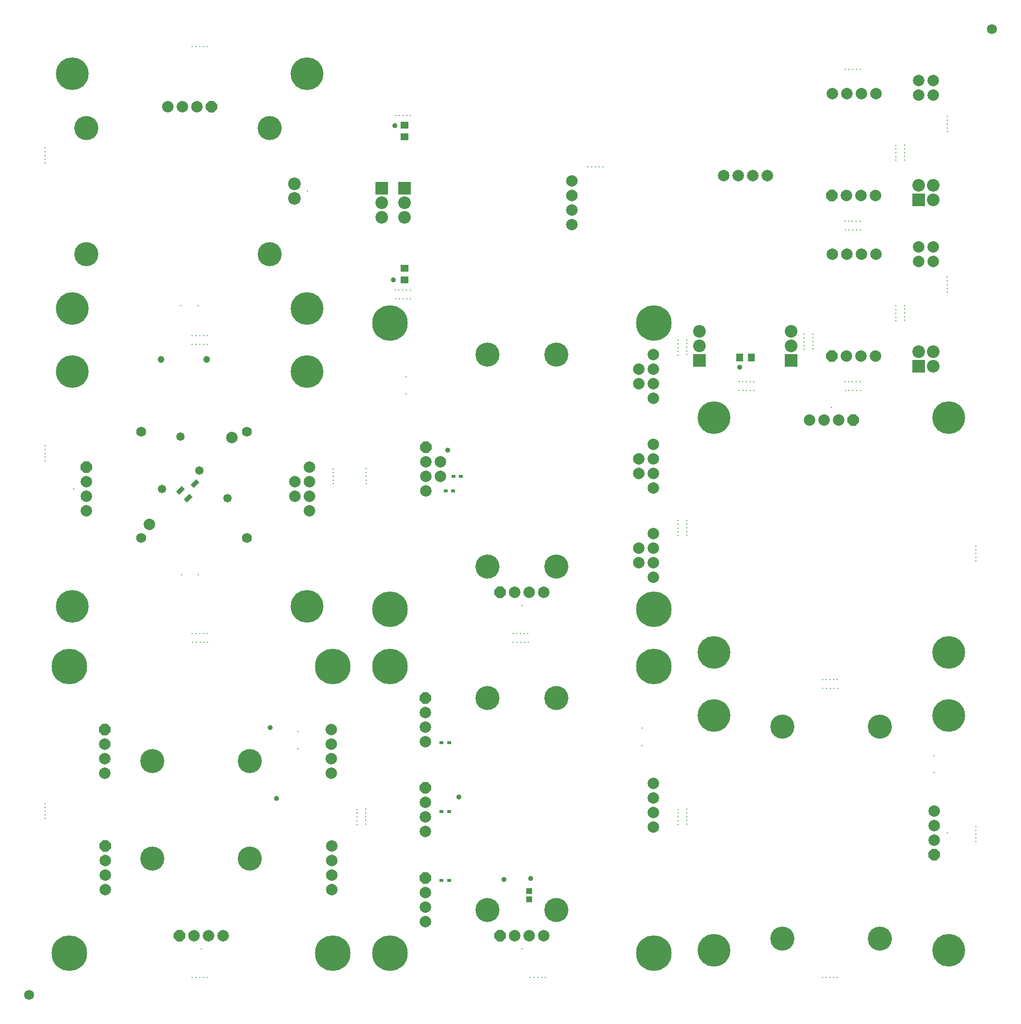
<source format=gbs>
G04 Layer_Color=16711935*
%FSLAX44Y44*%
%MOMM*%
G71*
G01*
G75*
%ADD61R,1.0532X1.0532*%
%ADD62R,1.4532X1.2032*%
%ADD71R,1.2032X1.4532*%
%ADD74C,0.2032*%
%ADD75C,1.7272*%
G04:AMPARAMS|DCode=76|XSize=0.2032mm|YSize=0.2032mm|CornerRadius=0mm|HoleSize=0mm|Usage=FLASHONLY|Rotation=180.000|XOffset=0mm|YOffset=0mm|HoleType=Round|Shape=RoundedRectangle|*
%AMROUNDEDRECTD76*
21,1,0.2032,0.2032,0,0,180.0*
21,1,0.2032,0.2032,0,0,180.0*
1,1,0.0000,-0.1016,0.1016*
1,1,0.0000,0.1016,0.1016*
1,1,0.0000,0.1016,-0.1016*
1,1,0.0000,-0.1016,-0.1016*
%
%ADD76ROUNDEDRECTD76*%
%ADD77P,2.1683X8X202.5*%
%ADD78C,2.0032*%
%ADD79C,5.7032*%
G04:AMPARAMS|DCode=80|XSize=0.2032mm|YSize=0.2032mm|CornerRadius=0mm|HoleSize=0mm|Usage=FLASHONLY|Rotation=90.000|XOffset=0mm|YOffset=0mm|HoleType=Round|Shape=RoundedRectangle|*
%AMROUNDEDRECTD80*
21,1,0.2032,0.2032,0,0,90.0*
21,1,0.2032,0.2032,0,0,90.0*
1,1,0.0000,0.1016,0.1016*
1,1,0.0000,0.1016,-0.1016*
1,1,0.0000,-0.1016,-0.1016*
1,1,0.0000,-0.1016,0.1016*
%
%ADD80ROUNDEDRECTD80*%
%ADD81P,2.1683X8X112.5*%
%ADD82C,4.2032*%
%ADD83C,6.2032*%
%ADD84C,0.9032*%
%ADD85C,1.2032*%
%ADD86C,1.4732*%
%ADD87C,2.2032*%
%ADD88R,2.2032X2.2032*%
%ADD89R,2.2032X2.2032*%
%ADD90R,0.7032X0.6032*%
G04:AMPARAMS|DCode=91|XSize=1.4032mm|YSize=0.7532mm|CornerRadius=0mm|HoleSize=0mm|Usage=FLASHONLY|Rotation=45.000|XOffset=0mm|YOffset=0mm|HoleType=Round|Shape=Rectangle|*
%AMROTATEDRECTD91*
4,1,4,-0.2298,-0.7624,-0.7624,-0.2298,0.2298,0.7624,0.7624,0.2298,-0.2298,-0.7624,0.0*
%
%ADD91ROTATEDRECTD91*%

%ADD92R,1.4532X1.2032*%
D61*
X892750Y198250D02*
D03*
Y184250D02*
D03*
D62*
X674990Y1515000D02*
D03*
Y1535000D02*
D03*
D71*
X1260000Y1129990D02*
D03*
X1280000D02*
D03*
D74*
X305000Y632500D02*
D03*
X311500D02*
D03*
X324750D02*
D03*
X318250D02*
D03*
X331000D02*
D03*
X330500Y647750D02*
D03*
X317750D02*
D03*
X324250D02*
D03*
X311000D02*
D03*
X304500D02*
D03*
X330500Y47750D02*
D03*
X317750D02*
D03*
X324250D02*
D03*
X311000D02*
D03*
X304500D02*
D03*
X47500Y325000D02*
D03*
Y331500D02*
D03*
Y344750D02*
D03*
Y338250D02*
D03*
Y351000D02*
D03*
X607500Y315000D02*
D03*
Y321500D02*
D03*
Y334750D02*
D03*
Y328250D02*
D03*
Y341000D02*
D03*
X592250Y340500D02*
D03*
Y327750D02*
D03*
Y334250D02*
D03*
Y321000D02*
D03*
Y314500D02*
D03*
X551000Y935250D02*
D03*
Y928750D02*
D03*
Y915500D02*
D03*
Y922000D02*
D03*
Y909250D02*
D03*
X607750Y909500D02*
D03*
Y922250D02*
D03*
Y915750D02*
D03*
Y929000D02*
D03*
Y935500D02*
D03*
X304500Y1152250D02*
D03*
X311000D02*
D03*
X324250D02*
D03*
X317750D02*
D03*
X330500D02*
D03*
X304500Y1672250D02*
D03*
X311000D02*
D03*
X324250D02*
D03*
X317750D02*
D03*
X330500D02*
D03*
X304500Y1167750D02*
D03*
X311000D02*
D03*
X324250D02*
D03*
X317750D02*
D03*
X330500D02*
D03*
X864500Y647750D02*
D03*
X871000D02*
D03*
X884250D02*
D03*
X877750D02*
D03*
X890500D02*
D03*
X891000Y632500D02*
D03*
X878250D02*
D03*
X884750D02*
D03*
X871500D02*
D03*
X865000D02*
D03*
X1152500Y845000D02*
D03*
Y838500D02*
D03*
Y825250D02*
D03*
Y831750D02*
D03*
Y819000D02*
D03*
X1167750Y819500D02*
D03*
Y832250D02*
D03*
Y825750D02*
D03*
Y839000D02*
D03*
Y845500D02*
D03*
X1405000Y552500D02*
D03*
X1411500D02*
D03*
X1424750D02*
D03*
X1418250D02*
D03*
X1431000D02*
D03*
X1430500Y567750D02*
D03*
X1417750D02*
D03*
X1424250D02*
D03*
X1411000D02*
D03*
X1404500D02*
D03*
X1285000Y1087500D02*
D03*
X1278500D02*
D03*
X1265250D02*
D03*
X1271750D02*
D03*
X1259000D02*
D03*
X1259500Y1072250D02*
D03*
X1272250D02*
D03*
X1265750D02*
D03*
X1279000D02*
D03*
X1285500D02*
D03*
X685000Y1247500D02*
D03*
X678500D02*
D03*
X665250D02*
D03*
X671750D02*
D03*
X659000D02*
D03*
X659500Y1232250D02*
D03*
X672250D02*
D03*
X665750D02*
D03*
X679000D02*
D03*
X685500D02*
D03*
X47750Y975500D02*
D03*
Y969000D02*
D03*
Y955750D02*
D03*
Y962250D02*
D03*
Y949500D02*
D03*
Y1495500D02*
D03*
Y1489000D02*
D03*
Y1475750D02*
D03*
Y1482250D02*
D03*
Y1469500D02*
D03*
X894500Y47750D02*
D03*
X901000D02*
D03*
X914250D02*
D03*
X907750D02*
D03*
X920500D02*
D03*
X1430500D02*
D03*
X1417750D02*
D03*
X1424250D02*
D03*
X1411000D02*
D03*
X1404500D02*
D03*
X1672250Y774500D02*
D03*
Y781000D02*
D03*
Y794250D02*
D03*
Y787750D02*
D03*
Y800500D02*
D03*
Y284500D02*
D03*
Y291000D02*
D03*
Y304250D02*
D03*
Y297750D02*
D03*
Y310500D02*
D03*
X1470500Y1072250D02*
D03*
X1464000D02*
D03*
X1450750D02*
D03*
X1457250D02*
D03*
X1444500D02*
D03*
X1444000Y1087500D02*
D03*
X1456750D02*
D03*
X1450250D02*
D03*
X1463500D02*
D03*
X1470000D02*
D03*
X1547750Y1220500D02*
D03*
Y1214000D02*
D03*
Y1200750D02*
D03*
Y1207250D02*
D03*
Y1194500D02*
D03*
X1532500Y1194000D02*
D03*
Y1206750D02*
D03*
Y1200250D02*
D03*
Y1213500D02*
D03*
Y1220000D02*
D03*
X1470000Y1367500D02*
D03*
X1463500D02*
D03*
X1450250D02*
D03*
X1456750D02*
D03*
X1444000D02*
D03*
X1444500Y1352250D02*
D03*
X1457250D02*
D03*
X1450750D02*
D03*
X1464000D02*
D03*
X1470500D02*
D03*
X1532500Y1500000D02*
D03*
Y1493500D02*
D03*
Y1480250D02*
D03*
Y1486750D02*
D03*
Y1474000D02*
D03*
X1547750Y1474500D02*
D03*
Y1487250D02*
D03*
Y1480750D02*
D03*
Y1494000D02*
D03*
Y1500500D02*
D03*
X1387750Y1170500D02*
D03*
Y1164000D02*
D03*
Y1150750D02*
D03*
Y1157250D02*
D03*
Y1144500D02*
D03*
X1372500Y1144000D02*
D03*
Y1156750D02*
D03*
Y1150250D02*
D03*
Y1163500D02*
D03*
Y1170000D02*
D03*
X1167750Y1160500D02*
D03*
Y1154000D02*
D03*
Y1140750D02*
D03*
Y1147250D02*
D03*
Y1134500D02*
D03*
X1152500Y1134000D02*
D03*
Y1146750D02*
D03*
Y1140250D02*
D03*
Y1153500D02*
D03*
Y1160000D02*
D03*
X1622500Y1524000D02*
D03*
Y1536750D02*
D03*
Y1530250D02*
D03*
Y1543500D02*
D03*
Y1550000D02*
D03*
Y1244000D02*
D03*
Y1256750D02*
D03*
Y1250250D02*
D03*
Y1263500D02*
D03*
Y1270000D02*
D03*
X1470500Y1632250D02*
D03*
X1464000D02*
D03*
X1450750D02*
D03*
X1457250D02*
D03*
X1444500D02*
D03*
X1152250Y314500D02*
D03*
Y321000D02*
D03*
Y334250D02*
D03*
Y327750D02*
D03*
Y340500D02*
D03*
X1167500Y341000D02*
D03*
Y328250D02*
D03*
Y334750D02*
D03*
Y321500D02*
D03*
Y315000D02*
D03*
X685500Y1552250D02*
D03*
X679000D02*
D03*
X665750D02*
D03*
X672250D02*
D03*
X659500D02*
D03*
X1021000Y1462500D02*
D03*
X1008250D02*
D03*
X1014750D02*
D03*
X1001500D02*
D03*
X995000D02*
D03*
X1600000Y434605D02*
D03*
Y404605D02*
D03*
X677480Y1065850D02*
D03*
Y1095850D02*
D03*
X315395Y750000D02*
D03*
X285395D02*
D03*
X1090000Y482500D02*
D03*
Y452500D02*
D03*
X284605Y1220000D02*
D03*
X314605D02*
D03*
X488750Y476500D02*
D03*
Y446500D02*
D03*
D75*
X20000Y17500D02*
D03*
X1700000Y1702500D02*
D03*
X215000Y815000D02*
D03*
X400000Y1000000D02*
D03*
X215000D02*
D03*
X400000Y815000D02*
D03*
D76*
X1420000Y1042800D02*
D03*
X880000Y697200D02*
D03*
X880000Y97200D02*
D03*
X320000D02*
D03*
D77*
X1458100Y1020000D02*
D03*
X841900Y720000D02*
D03*
X841900Y120000D02*
D03*
X338100Y1567000D02*
D03*
X281900Y120000D02*
D03*
X1421100Y1132250D02*
D03*
Y1412250D02*
D03*
D78*
X1432700Y1020000D02*
D03*
X1407300D02*
D03*
X1381900D02*
D03*
X1600000Y287300D02*
D03*
Y312700D02*
D03*
Y338100D02*
D03*
X1109500Y1134320D02*
D03*
Y1058120D02*
D03*
Y1083520D02*
D03*
Y1108920D02*
D03*
X712000Y947950D02*
D03*
Y922550D02*
D03*
Y897150D02*
D03*
X1109500Y978120D02*
D03*
Y901920D02*
D03*
Y927320D02*
D03*
Y952720D02*
D03*
Y821870D02*
D03*
Y745670D02*
D03*
Y771070D02*
D03*
Y796470D02*
D03*
X918100Y720000D02*
D03*
X892700D02*
D03*
X867300D02*
D03*
X1084100Y1083520D02*
D03*
Y1108920D02*
D03*
Y927320D02*
D03*
Y952720D02*
D03*
X737400Y922550D02*
D03*
Y947950D02*
D03*
X1084100Y796470D02*
D03*
Y771070D02*
D03*
X120000Y861900D02*
D03*
Y887300D02*
D03*
Y912700D02*
D03*
X509500D02*
D03*
Y887300D02*
D03*
Y861900D02*
D03*
Y938100D02*
D03*
X374000Y990000D02*
D03*
X230000Y838000D02*
D03*
X484100Y912700D02*
D03*
Y887300D02*
D03*
X918100Y120000D02*
D03*
X892700D02*
D03*
X867300D02*
D03*
X711500Y458850D02*
D03*
Y484250D02*
D03*
Y509650D02*
D03*
Y145050D02*
D03*
Y170450D02*
D03*
Y195850D02*
D03*
X711250Y302150D02*
D03*
Y327550D02*
D03*
Y352950D02*
D03*
X1109500Y386100D02*
D03*
Y309900D02*
D03*
Y335300D02*
D03*
Y360700D02*
D03*
X261900Y1567000D02*
D03*
X287300D02*
D03*
X312700D02*
D03*
X547250Y480050D02*
D03*
Y403850D02*
D03*
Y429250D02*
D03*
Y454650D02*
D03*
X358100Y120000D02*
D03*
X332700D02*
D03*
X307300D02*
D03*
X152000Y403650D02*
D03*
Y429050D02*
D03*
Y454450D02*
D03*
X548000Y277400D02*
D03*
Y201200D02*
D03*
Y226600D02*
D03*
Y252000D02*
D03*
X152500Y200950D02*
D03*
Y226350D02*
D03*
Y251750D02*
D03*
X966990Y1412700D02*
D03*
Y1387300D02*
D03*
Y1361900D02*
D03*
Y1438100D02*
D03*
X1231900Y1446990D02*
D03*
X1308100D02*
D03*
X1282700D02*
D03*
X1257300D02*
D03*
X1446500Y1132250D02*
D03*
X1471900D02*
D03*
X1497300D02*
D03*
X1421400Y1310000D02*
D03*
X1497600D02*
D03*
X1472200D02*
D03*
X1446800D02*
D03*
X1446500Y1412250D02*
D03*
X1471900D02*
D03*
X1497300D02*
D03*
X1421400Y1590000D02*
D03*
X1497600D02*
D03*
X1472200D02*
D03*
X1446800D02*
D03*
X1572500Y1297500D02*
D03*
Y1322900D02*
D03*
X1597900Y1297500D02*
D03*
Y1322900D02*
D03*
X1572500Y1587500D02*
D03*
Y1612900D02*
D03*
X1597900Y1587500D02*
D03*
Y1612900D02*
D03*
D79*
X1215000Y615000D02*
D03*
X1625000Y1025000D02*
D03*
X1215000D02*
D03*
X1625000Y615000D02*
D03*
X1625000Y95000D02*
D03*
X1215000D02*
D03*
X1625000Y505000D02*
D03*
X1215000D02*
D03*
X505000Y695000D02*
D03*
X95000D02*
D03*
X505000Y1105000D02*
D03*
X95000D02*
D03*
X95000Y1215000D02*
D03*
Y1625000D02*
D03*
X505000Y1215000D02*
D03*
Y1625000D02*
D03*
D80*
X1622800Y300000D02*
D03*
X97200Y900000D02*
D03*
X506000Y1420000D02*
D03*
D81*
X1600000Y261900D02*
D03*
X712000Y973350D02*
D03*
X120000Y938100D02*
D03*
X711500Y535050D02*
D03*
Y221250D02*
D03*
X711250Y378350D02*
D03*
X152000Y479850D02*
D03*
X152500Y277150D02*
D03*
D82*
X1335000Y485000D02*
D03*
X1505000D02*
D03*
X1335000Y115000D02*
D03*
X1505000D02*
D03*
X820000Y1135000D02*
D03*
X940000D02*
D03*
X820000Y765000D02*
D03*
X940000D02*
D03*
X940000Y165000D02*
D03*
X820000D02*
D03*
X940000Y535000D02*
D03*
X820000D02*
D03*
X440000Y1530000D02*
D03*
Y1310000D02*
D03*
X120000D02*
D03*
Y1530000D02*
D03*
X405000Y425000D02*
D03*
X235000D02*
D03*
Y255000D02*
D03*
X405000D02*
D03*
D83*
X1110000Y1190000D02*
D03*
X650000D02*
D03*
Y690000D02*
D03*
X1110000D02*
D03*
X1110000Y590000D02*
D03*
X650000D02*
D03*
Y90000D02*
D03*
X1110000D02*
D03*
X550000Y590000D02*
D03*
X90000D02*
D03*
Y90000D02*
D03*
X550000D02*
D03*
D84*
X750000Y968000D02*
D03*
X849000Y219000D02*
D03*
X895000Y220000D02*
D03*
X769750Y362250D02*
D03*
X451750Y360250D02*
D03*
X440250Y483500D02*
D03*
X658240Y1534000D02*
D03*
X655490Y1265000D02*
D03*
X1260000Y1112490D02*
D03*
D85*
X330000Y1126000D02*
D03*
X250000D02*
D03*
D86*
X284000Y992000D02*
D03*
X316930Y932000D02*
D03*
X366000Y884000D02*
D03*
X252000Y900000D02*
D03*
D87*
X483200Y1407300D02*
D03*
Y1432700D02*
D03*
X634990Y1374600D02*
D03*
Y1400000D02*
D03*
X674990Y1374600D02*
D03*
Y1400000D02*
D03*
X1190000Y1149990D02*
D03*
Y1175390D02*
D03*
X1350000Y1149990D02*
D03*
Y1175390D02*
D03*
X1572300Y1140200D02*
D03*
X1597700D02*
D03*
Y1114800D02*
D03*
X1572300Y1430200D02*
D03*
X1597700D02*
D03*
Y1404800D02*
D03*
D88*
X634990Y1425400D02*
D03*
X674990D02*
D03*
X1190000Y1124590D02*
D03*
X1350000D02*
D03*
D89*
X1572300Y1114800D02*
D03*
Y1404800D02*
D03*
D90*
X773250Y922250D02*
D03*
X760250D02*
D03*
X747000Y897000D02*
D03*
X760000D02*
D03*
X752750Y217000D02*
D03*
X739750D02*
D03*
X752750Y457500D02*
D03*
X739750D02*
D03*
X752750Y337000D02*
D03*
X739750D02*
D03*
D91*
X309192Y909192D02*
D03*
X284090Y897525D02*
D03*
X297525Y884090D02*
D03*
D92*
X674990Y1285000D02*
D03*
Y1265000D02*
D03*
M02*

</source>
